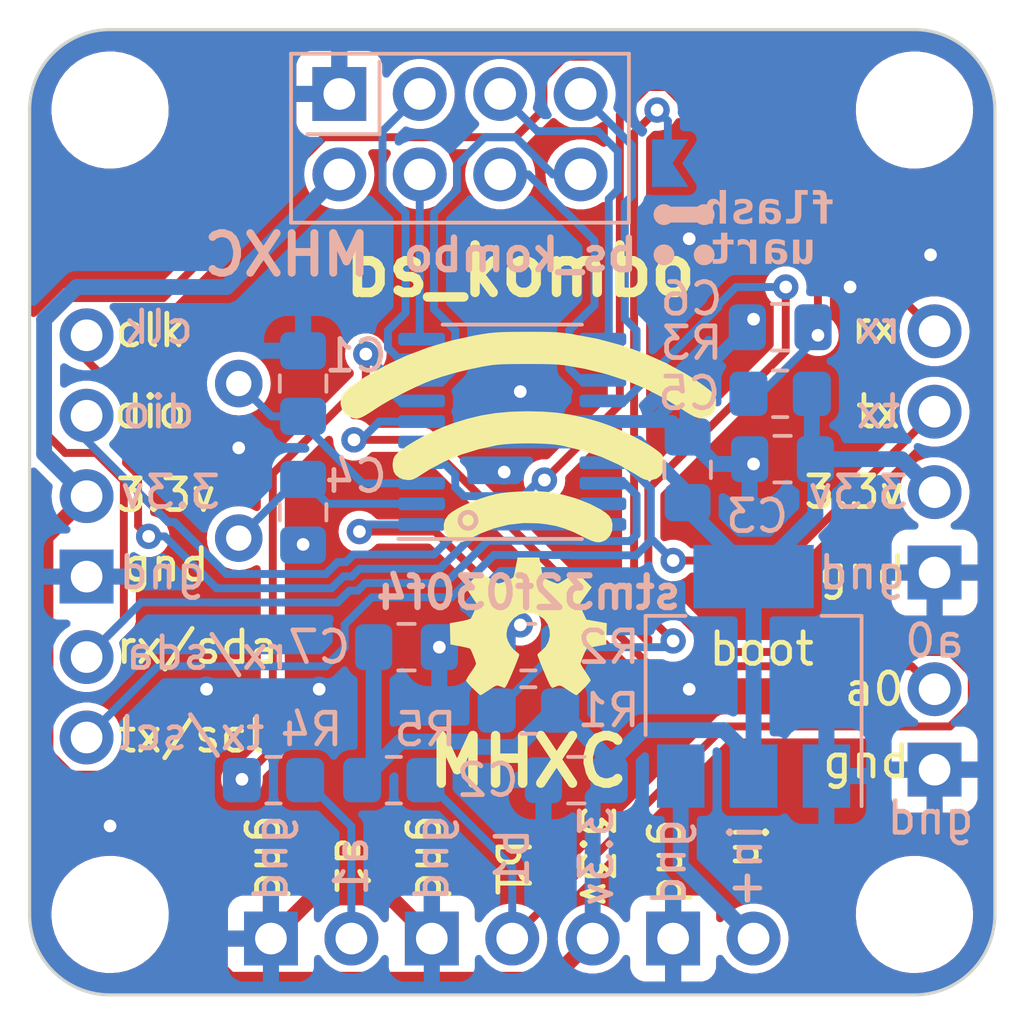
<source format=kicad_pcb>
(kicad_pcb (version 20221018) (generator pcbnew)
  (layers (0 "F.Cu" signal) (31 "B.Cu" signal) (34 "B.Paste" user) (35 "F.Paste" user) (36 "B.SilkS" user "B.Silkscreen") (37 "F.SilkS" user "F.Silkscreen") (38 "B.Mask" user) (39 "F.Mask" user) (44 "Edge.Cuts" user))
  (net 0 "")
  (net 1 "GND")
  (net 2 "+3V3")
  (net 3 "tx{slash}scl")
  (net 4 "rx{slash}sda")
  (net 5 "+5V")
  (net 6 "b1")
  (net 7 "dio")
  (net 8 "clk")
  (net 9 "Net-(JP1-B)")
  (net 10 "a1")
  (net 11 "a0")
  (net 12 "Net-(J1-Pin_6)")
  (net 13 "Net-(U3-PF1)")
  (net 14 "Net-(U3-PF0)")
  (net 15 "Net-(U3-NRST)")
  (net 16 "Net-(U3-BOOT0)")
  (net 17 "Net-(U3-PA2)")
  (net 18 "Net-(U3-PA3)")
  (net 19 "Net-(U3-PA4)")
  (net 20 "Net-(U3-PA5)")
  (net 21 "Net-(U3-PA6)")
  (net 22 "Net-(U3-PA7)")
  (footprint "Connector_PinHeader_2.54mm:PinHeader_1x06_P2.54mm_Vertical" (layer "F.Cu") (at 116.1 47.752)
    (fp_text reference "J3" hide)
    (fp_text value "Conn_01x06" hide)
    (pad "1" thru_hole circle (at 0 0) (size 1.7 1.7) (drill 1) (layers "*.Cu" "*.Mask") (net 8 "clk"))
    (pad "2" thru_hole oval (at 0 2.54) (size 1.7 1.7) (drill 1) (layers "*.Cu" "*.Mask") (net 7 "dio"))
    (pad "3" thru_hole oval (at 0 5.08) (size 1.7 1.7) (drill 1) (layers "*.Cu" "*.Mask") (net 2 "+3V3"))
    (pad "4" thru_hole rect (at 0 7.62) (size 1.7 1.7) (drill 1) (layers "*.Cu" "*.Mask") (net 1 "GND"))
    (pad "5" thru_hole oval (at 0 10.16) (size 1.7 1.7) (drill 1) (layers "*.Cu" "*.Mask") (net 4 "rx{slash}sda"))
    (pad "6" thru_hole oval (at 0 12.7) (size 1.7 1.7) (drill 1) (layers "*.Cu" "*.Mask") (net 3 "tx{slash}scl"))
  )
  (footprint "Connector_PinHeader_2.54mm:PinHeader_1x07_P2.54mm_Vertical" (layer "F.Cu") (at 137.16 66.802 -90)
    (fp_text reference "J1" hide)
    (fp_text value "Conn_01x07" hide)
    (pad "1" thru_hole circle (at 0 0 270) (size 1.7 1.7) (drill 1) (layers "*.Cu" "*.Mask") (net 5 "+5V"))
    (pad "2" thru_hole rect (at 0 2.54 270) (size 1.7 1.7) (drill 1) (layers "*.Cu" "*.Mask") (net 1 "GND"))
    (pad "3" thru_hole oval (at 0 5.08 270) (size 1.7 1.7) (drill 1) (layers "*.Cu" "*.Mask") (net 2 "+3V3"))
    (pad "4" thru_hole oval (at 0 7.62 270) (size 1.7 1.7) (drill 1) (layers "*.Cu" "*.Mask") (net 6 "b1"))
    (pad "5" thru_hole rect (at 0 10.16 270) (size 1.7 1.7) (drill 1) (layers "*.Cu" "*.Mask") (net 1 "GND"))
    (pad "6" thru_hole oval (at 0 12.7 270) (size 1.7 1.7) (drill 1) (layers "*.Cu" "*.Mask") (net 12 "Net-(J1-Pin_6)"))
    (pad "7" thru_hole rect (at 0 15.24 270) (size 1.7 1.7) (drill 1) (layers "*.Cu" "*.Mask") (net 1 "GND"))
  )
  (footprint "MountingHole:MountingHole_3.2mm_M3" (layer "F.Cu") (at 142.24 40.64)
    (fp_text reference "REF**" hide)
    (fp_text value "MountingHole_3.2mm_M3" hide)
    (pad "" np_thru_hole circle (at 0 0) (size 3.2 3.2) (drill 3.2) (layers "*.Cu" "*.Mask"))
  )
  (footprint "Crystal:Crystal_HC49-U_Vertical" (layer "F.Cu") (at 120.904 49.276 -90)
    (fp_text reference "Y1" hide)
    (fp_text value "Crystal")
    (pad "1" thru_hole circle (at 0 0 270) (size 1.5 1.5) (drill 0.8) (layers "*.Cu" "*.Mask") (net 13 "Net-(U3-PF1)"))
    (pad "2" thru_hole circle (at 4.88 0 270) (size 1.5 1.5) (drill 0.8) (layers "*.Cu" "*.Mask") (net 14 "Net-(U3-PF0)"))
  )
  (footprint "MountingHole:MountingHole_3.2mm_M3" (layer "F.Cu") (at 142.24 66.04)
    (fp_text reference "REF**" hide)
    (fp_text value "MountingHole_3.2mm_M3" hide)
    (pad "" np_thru_hole circle (at 0 0) (size 3.2 3.2) (drill 3.2) (layers "*.Cu" "*.Mask"))
  )
  (footprint "MountingHole:MountingHole_3.2mm_M3" (layer "F.Cu") (at 116.84 40.64)
    (fp_text reference "REF**" hide)
    (fp_text value "MountingHole_3.2mm_M3" hide)
    (pad "" np_thru_hole circle (at 0 0) (size 3.2 3.2) (drill 3.2) (layers "*.Cu" "*.Mask"))
  )
  (footprint "LOGO" (layer "F.Cu") (at 130.048 53.34)
    (fp_text reference "G***" hide)
    (fp_text value "LOGO" hide)
  )
  (footprint "Connector_PinHeader_2.54mm:PinHeader_1x02_P2.54mm_Vertical" (layer "F.Cu") (at 142.875 61.468 180)
    (fp_text reference "J4" hide)
    (fp_text value "Conn_01x02" hide)
    (pad "1" thru_hole rect (at 0 0 180) (size 1.7 1.7) (drill 1) (layers "*.Cu" "*.Mask") (net 1 "GND"))
    (pad "2" thru_hole oval (at 0 2.54 180) (size 1.7 1.7) (drill 1) (layers "*.Cu" "*.Mask") (net 11 "a0"))
  )
  (footprint "MountingHole:MountingHole_3.2mm_M3" (layer "F.Cu") (at 116.84 66.04)
    (fp_text reference "REF**" hide)
    (fp_text value "MountingHole_3.2mm_M3" hide)
    (pad "" np_thru_hole circle (at 0 0) (size 3.2 3.2) (drill 3.2) (layers "*.Cu" "*.Mask"))
  )
  (footprint "Connector_PinHeader_2.54mm:PinHeader_1x04_P2.54mm_Vertical" (layer "F.Cu") (at 142.875 55.245 180)
    (fp_text reference "J2" hide)
    (fp_text value "Conn_01x04" hide)
    (pad "1" thru_hole rect (at 0 0 180) (size 1.7 1.7) (drill 1) (layers "*.Cu" "*.Mask") (net 1 "GND"))
    (pad "2" thru_hole oval (at 0 2.54 180) (size 1.7 1.7) (drill 1) (layers "*.Cu" "*.Mask") (net 2 "+3V3"))
    (pad "3" thru_hole oval (at 0 5.08 180) (size 1.7 1.7) (drill 1) (layers "*.Cu" "*.Mask") (net 3 "tx{slash}scl"))
    (pad "4" thru_hole oval (at 0 7.62 180) (size 1.7 1.7) (drill 1) (layers "*.Cu" "*.Mask") (net 4 "rx{slash}sda"))
  )
  (footprint "Resistor_SMD:R_0805_2012Metric_Pad1.20x1.40mm_HandSolder" (layer "B.Cu") (at 130.048 59.6 180)
    (fp_text reference "R1" (at -2.54 0) (layer "B.SilkS") (effects (justify mirror)))
    (fp_text value "10k")
    (pad "1" smd roundrect (at -1 0 180) (size 1.2 1.4) (layers "B.Cu" "B.Paste" "B.Mask") (roundrect_rratio 0.2083333333) (net 2 "+3V3"))
    (pad "2" smd roundrect (at 1 0 180) (size 1.2 1.4) (layers "B.Cu" "B.Paste" "B.Mask") (roundrect_rratio 0.2083333333) (net 9 "Net-(JP1-B)"))
  )
  (footprint "Capacitor_SMD:C_0805_2012Metric_Pad1.18x1.45mm_HandSolder" (layer "B.Cu") (at 126.2 57.6)
    (fp_text reference "C7" (at -2.756 0) (layer "B.SilkS") (effects (justify mirror)))
    (fp_text value "10u")
    (pad "1" smd roundrect (at -1.0375 0) (size 1.175 1.45) (layers "B.Cu" "B.Paste" "B.Mask") (roundrect_rratio 0.2127659574) (net 2 "+3V3"))
    (pad "2" smd roundrect (at 1.0375 0) (size 1.175 1.45) (layers "B.Cu" "B.Paste" "B.Mask") (roundrect_rratio 0.2127659574) (net 1 "GND"))
  )
  (footprint "Resistor_SMD:R_0805_2012Metric_Pad1.20x1.40mm_HandSolder" (layer "B.Cu") (at 122 61.8)
    (fp_text reference "R4" (at 1.2 -1.6) (layer "B.SilkS") (effects (justify mirror)))
    (fp_text value "620")
    (pad "1" smd roundrect (at -1 0) (size 1.2 1.4) (layers "B.Cu" "B.Paste" "B.Mask") (roundrect_rratio 0.2083333333) (net 10 "a1"))
    (pad "2" smd roundrect (at 1 0) (size 1.2 1.4) (layers "B.Cu" "B.Paste" "B.Mask") (roundrect_rratio 0.2083333333) (net 12 "Net-(J1-Pin_6)"))
  )
  (footprint "RF_Module:nRF24L01_Breakout" (layer "B.Cu") (at 124.079 40.132 -90)
    (fp_text reference "U4" hide)
    (fp_text value "NRF24L01_Breakout")
    (pad "1" thru_hole rect (at 0 0 270) (size 1.7 1.7) (drill 1) (layers "*.Cu" "*.Mask") (net 1 "GND"))
    (pad "2" thru_hole circle (at 2.54 0 270) (size 1.7 1.7) (drill 1) (layers "*.Cu" "*.Mask") (net 2 "+3V3"))
    (pad "3" thru_hole circle (at 0 -2.54 270) (size 1.7 1.7) (drill 1) (layers "*.Cu" "*.Mask") (net 18 "Net-(U3-PA3)"))
    (pad "4" thru_hole circle (at 2.54 -2.54 270) (size 1.7 1.7) (drill 1) (layers "*.Cu" "*.Mask") (net 19 "Net-(U3-PA4)"))
    (pad "5" thru_hole circle (at 0 -5.08 270) (size 1.7 1.7) (drill 1) (layers "*.Cu" "*.Mask") (net 20 "Net-(U3-PA5)"))
    (pad "6" thru_hole circle (at 2.54 -5.08 270) (size 1.7 1.7) (drill 1) (layers "*.Cu" "*.Mask") (net 22 "Net-(U3-PA7)"))
    (pad "7" thru_hole circle (at 0 -7.62 270) (size 1.7 1.7) (drill 1) (layers "*.Cu" "*.Mask") (net 21 "Net-(U3-PA6)"))
    (pad "8" thru_hole circle (at 2.54 -7.62 270) (size 1.7 1.7) (drill 1) (layers "*.Cu" "*.Mask") (net 17 "Net-(U3-PA2)"))
  )
  (footprint "Capacitor_SMD:C_0805_2012Metric_Pad1.18x1.45mm_HandSolder" (layer "B.Cu") (at 122.936 49.276 90)
    (fp_text reference "C1" (at 0.876 1.664) (layer "B.SilkS") (effects (justify mirror)))
    (fp_text value "22p")
    (pad "1" smd roundrect (at -1.0375 0 90) (size 1.175 1.45) (layers "B.Cu" "B.Paste" "B.Mask") (roundrect_rratio 0.2127659574) (net 13 "Net-(U3-PF1)"))
    (pad "2" smd roundrect (at 1.0375 0 90) (size 1.175 1.45) (layers "B.Cu" "B.Paste" "B.Mask") (roundrect_rratio 0.2127659574) (net 1 "GND"))
  )
  (footprint "Package_SO:TSSOP-20_4.4x6.5mm_P0.65mm" (layer "B.Cu") (at 129.54 50.8)
    (fp_text reference "U3" hide)
    (fp_text value "STM32F030F4Px")
    (pad "1" smd roundrect (at -2.8625 2.925) (size 1.475 0.4) (layers "B.Cu" "B.Paste" "B.Mask") (net 16 "Net-(U3-BOOT0)"))
    (pad "2" smd roundrect (at -2.8625 2.275) (size 1.475 0.4) (layers "B.Cu" "B.Paste" "B.Mask") (net 14 "Net-(U3-PF0)"))
    (pad "3" smd roundrect (at -2.8625 1.625) (size 1.475 0.4) (layers "B.Cu" "B.Paste" "B.Mask") (net 13 "Net-(U3-PF1)"))
    (pad "4" smd roundrect (at -2.8625 0.975) (size 1.475 0.4) (layers "B.Cu" "B.Paste" "B.Mask") (net 15 "Net-(U3-NRST)"))
    (pad "5" smd roundrect (at -2.8625 0.325) (size 1.475 0.4) (layers "B.Cu" "B.Paste" "B.Mask") (net 2 "+3V3"))
    (pad "6" smd roundrect (at -2.8625 -0.325) (size 1.475 0.4) (layers "B.Cu" "B.Paste" "B.Mask") (net 11 "a0"))
    (pad "7" smd roundrect (at -2.8625 -0.975) (size 1.475 0.4) (layers "B.Cu" "B.Paste" "B.Mask") (net 10 "a1"))
    (pad "8" smd roundrect (at -2.8625 -1.625) (size 1.475 0.4) (layers "B.Cu" "B.Paste" "B.Mask") (net 17 "Net-(U3-PA2)"))
    (pad "9" smd roundrect (at -2.8625 -2.275) (size 1.475 0.4) (layers "B.Cu" "B.Paste" "B.Mask") (net 18 "Net-(U3-PA3)"))
    (pad "10" smd roundrect (at -2.8625 -2.925) (size 1.475 0.4) (layers "B.Cu" "B.Paste" "B.Mask") (net 19 "Net-(U3-PA4)"))
    (pad "11" smd roundrect (at 2.8625 -2.925) (size 1.475 0.4) (layers "B.Cu" "B.Paste" "B.Mask") (net 20 "Net-(U3-PA5)"))
    (pad "12" smd roundrect (at 2.8625 -2.275) (size 1.475 0.4) (layers "B.Cu" "B.Paste" "B.Mask") (net 21 "Net-(U3-PA6)"))
    (pad "13" smd roundrect (at 2.8625 -1.625) (size 1.475 0.4) (layers "B.Cu" "B.Paste" "B.Mask") (net 22 "Net-(U3-PA7)"))
    (pad "14" smd roundrect (at 2.8625 -0.975) (size 1.475 0.4) (layers "B.Cu" "B.Paste" "B.Mask") (net 6 "b1"))
    (pad "15" smd roundrect (at 2.8625 -0.325) (size 1.475 0.4) (layers "B.Cu" "B.Paste" "B.Mask") (net 1 "GND"))
    (pad "16" smd roundrect (at 2.8625 0.325) (size 1.475 0.4) (layers "B.Cu" "B.Paste" "B.Mask") (net 2 "+3V3"))
    (pad "17" smd roundrect (at 2.8625 0.975) (size 1.475 0.4) (layers "B.Cu" "B.Paste" "B.Mask") (net 3 "tx{slash}scl"))
    (pad "18" smd roundrect (at 2.8625 1.625) (size 1.475 0.4) (layers "B.Cu" "B.Paste" "B.Mask") (net 4 "rx{slash}sda"))
    (pad "19" smd roundrect (at 2.8625 2.275) (size 1.475 0.4) (layers "B.Cu" "B.Paste" "B.Mask") (net 7 "dio"))
    (pad "20" smd roundrect (at 2.8625 2.925) (size 1.475 0.4) (layers "B.Cu" "B.Paste" "B.Mask") (net 8 "clk"))
  )
  (footprint "Capacitor_SMD:C_0805_2012Metric_Pad1.18x1.45mm_HandSolder" (layer "B.Cu") (at 138.0744 51.6636 180)
    (fp_text reference "C3" (at 0.8 -1.8) (layer "B.SilkS") (effects (justify mirror)))
    (fp_text value "10u")
    (pad "1" smd roundrect (at -1.0375 0 180) (size 1.175 1.45) (layers "B.Cu" "B.Paste" "B.Mask") (roundrect_rratio 0.2127659574) (net 2 "+3V3"))
    (pad "2" smd roundrect (at 1.0375 0 180) (size 1.175 1.45) (layers "B.Cu" "B.Paste" "B.Mask") (roundrect_rratio 0.2127659574) (net 1 "GND"))
  )
  (footprint "Resistor_SMD:R_0805_2012Metric_Pad1.20x1.40mm_HandSolder" (layer "B.Cu") (at 130.048 57.6 180)
    (fp_text reference "R2" (at -2.54 0) (layer "B.SilkS") (effects (justify mirror)))
    (fp_text value "620")
    (pad "1" smd roundrect (at -1 0 180) (size 1.2 1.4) (layers "B.Cu" "B.Paste" "B.Mask") (roundrect_rratio 0.2083333333) (net 9 "Net-(JP1-B)"))
    (pad "2" smd roundrect (at 1 0 180) (size 1.2 1.4) (layers "B.Cu" "B.Paste" "B.Mask") (roundrect_rratio 0.2083333333) (net 16 "Net-(U3-BOOT0)"))
  )
  (footprint "Capacitor_SMD:C_0805_2012Metric_Pad1.18x1.45mm_HandSolder" (layer "B.Cu") (at 131.5625 61.8 180)
    (fp_text reference "C2" (at 2.8 0) (layer "B.SilkS") (effects (justify mirror)))
    (fp_text value "100n")
    (pad "1" smd roundrect (at -1.0375 0 180) (size 1.175 1.45) (layers "B.Cu" "B.Paste" "B.Mask") (roundrect_rratio 0.2127659574) (net 2 "+3V3"))
    (pad "2" smd roundrect (at 1.0375 0 180) (size 1.175 1.45) (layers "B.Cu" "B.Paste" "B.Mask") (roundrect_rratio 0.2127659574) (net 1 "GND"))
  )
  (footprint "Capacitor_SMD:C_0805_2012Metric_Pad1.18x1.45mm_HandSolder" (layer "B.Cu") (at 122.936 53.34 -90)
    (fp_text reference "C4" (at -1.14 -1.664) (layer "B.SilkS") (effects (justify mirror)))
    (fp_text value "22p")
    (pad "1" smd roundrect (at -1.0375 0 270) (size 1.175 1.45) (layers "B.Cu" "B.Paste" "B.Mask") (roundrect_rratio 0.2127659574) (net 14 "Net-(U3-PF0)"))
    (pad "2" smd roundrect (at 1.0375 0 270) (size 1.175 1.45) (layers "B.Cu" "B.Paste" "B.Mask") (roundrect_rratio 0.2127659574) (net 1 "GND"))
  )
  (footprint "Capacitor_SMD:C_0805_2012Metric_Pad1.18x1.45mm_HandSolder" (layer "B.Cu") (at 138 47.498 180)
    (fp_text reference "C6" (at 2.8 0.898) (layer "B.SilkS") (effects (justify mirror)))
    (fp_text value "100n")
    (pad "1" smd roundrect (at -1.0375 0 180) (size 1.175 1.45) (layers "B.Cu" "B.Paste" "B.Mask") (roundrect_rratio 0.2127659574) (net 15 "Net-(U3-NRST)"))
    (pad "2" smd roundrect (at 1.0375 0 180) (size 1.175 1.45) (layers "B.Cu" "B.Paste" "B.Mask") (roundrect_rratio 0.2127659574) (net 1 "GND"))
  )
  (footprint "Jumper:SolderJumper-2_P1.3mm_Open_TrianglePad1.0x1.5mm" (layer "B.Cu") (at 135.1788 42.3164 180)
    (fp_text reference "JP1" hide)
    (fp_text value "SolderJumper_2_Open")
    (pad "1" smd custom (at -0.725 0 180) (size 0.3 0.3) (layers "B.Cu" "B.Mask") (net 1 "GND") (options (clearance outline) (anchor rect)) (primitives (gr_poly (pts (xy 1 0) (xy 0.5 -0.75) (xy -0.5 -0.75) (xy -0.5 0.75) (xy 0.5 0.75)) (width 0) (fill yes))))
    (pad "2" smd custom (at 0.725 0 180) (size 0.3 0.3) (layers "B.Cu" "B.Mask") (net 9 "Net-(JP1-B)") (options (clearance outline) (anchor rect)) (primitives (gr_poly (pts (xy 0.5 -0.75) (xy -0.65 -0.75) (xy -0.15 0) (xy -0.65 0.75) (xy 0.5 0.75)) (width 0) (fill yes))))
  )
  (footprint "Capacitor_SMD:C_0805_2012Metric_Pad1.18x1.45mm_HandSolder" (layer "B.Cu") (at 135.0772 52 90)
    (fp_text reference "C5" (at 2.416 0.0508 180) (layer "B.SilkS") (effects (justify mirror)))
    (fp_text value "100n")
    (pad "1" smd roundrect (at -1.0375 0 90) (size 1.175 1.45) (layers "B.Cu" "B.Paste" "B.Mask") (roundrect_rratio 0.2127659574) (net 2 "+3V3"))
    (pad "2" smd roundrect (at 1.0375 0 90) (size 1.175 1.45) (layers "B.Cu" "B.Paste" "B.Mask") (roundrect_rratio 0.2127659574) (net 1 "GND"))
  )
  (footprint "Resistor_SMD:R_0805_2012Metric_Pad1.20x1.40mm_HandSolder" (layer "B.Cu") (at 138 49.6 180)
    (fp_text reference "R3" (at 2.8 1.6) (layer "B.SilkS") (effects (justify mirror)))
    (fp_text value "10k")
    (pad "1" smd roundrect (at -1 0 180) (size 1.2 1.4) (layers "B.Cu" "B.Paste" "B.Mask") (roundrect_rratio 0.2083333333) (net 2 "+3V3"))
    (pad "2" smd roundrect (at 1 0 180) (size 1.2 1.4) (layers "B.Cu" "B.Paste" "B.Mask") (roundrect_rratio 0.2083333333) (net 15 "Net-(U3-NRST)"))
  )
  (footprint "Package_TO_SOT_SMD:SOT-223-3_TabPin2" (layer "B.Cu") (at 137.16 58.522 90)
    (fp_text reference "U2" hide)
    (fp_text value "AMS1117-3.3")
    (pad "1" smd rect (at -3.15 2.3 90) (size 2 1.5) (layers "B.Cu" "B.Paste" "B.Mask") (net 1 "GND"))
    (pad "2" smd rect (at -3.15 0 90) (size 2 1.5) (layers "B.Cu" "B.Paste" "B.Mask") (net 2 "+3V3"))
    (pad "2" smd rect (at 3.15 0 90) (size 2 3.8) (layers "B.Cu" "B.Paste" "B.Mask") (net 2 "+3V3"))
    (pad "3" smd rect (at -3.15 -2.3 90) (size 2 1.5) (layers "B.Cu" "B.Paste" "B.Mask") (net 5 "+5V"))
  )
  (footprint "Resistor_SMD:R_0805_2012Metric_Pad1.20x1.40mm_HandSolder" (layer "B.Cu") (at 125.8 61.8)
    (fp_text reference "R5" (at 1 -1.6) (layer "B.SilkS") (effects (justify mirror)))
    (fp_text value "10k")
    (pad "1" smd roundrect (at -1 0) (size 1.2 1.4) (layers "B.Cu" "B.Paste" "B.Mask") (roundrect_rratio 0.2083333333) (net 2 "+3V3"))
    (pad "2" smd roundrect (at 1 0) (size 1.2 1.4) (layers "B.Cu" "B.Paste" "B.Mask") (roundrect_rratio 0.2083333333) (net 6 "b1"))
  )
  (gr_circle (center 128.143 53.594) (end 128.397 53.594) (stroke (width 0.15)) (fill none) (layer "B.SilkS"))
  (gr_circle (center 135.600618 45.212) (end 135.854618 45.212) (stroke (width 0.15)) (fill solid) (layer "B.SilkS"))
  (gr_circle (center 134.330618 43.942) (end 134.584618 43.942) (stroke (width 0.15)) (fill solid) (layer "B.SilkS"))
  (gr_circle (center 134.330618 45.212) (end 134.584618 45.212) (stroke (width 0.15)) (fill solid) (layer "B.SilkS"))
  (gr_circle (center 135.600618 43.942) (end 135.854618 43.942) (stroke (width 0.15)) (fill solid) (layer "B.SilkS"))
  (gr_line (start 134.330618 43.942) (end 135.600618 43.942) (stroke (width 0.5)) (layer "B.SilkS"))
  (gr_arc (start 114.3 40.64) (mid 115.043949 38.843949) (end 116.84 38.1) (stroke (width 0.1)) (layer "Edge.Cuts"))
  (gr_arc (start 116.84 68.58) (mid 115.043949 67.836051) (end 114.3 66.04) (stroke (width 0.1)) (layer "Edge.Cuts"))
  (gr_line (start 114.3 66.04) (end 114.3 40.64) (stroke (width 0.1)) (layer "Edge.Cuts"))
  (gr_line (start 142.24 68.58) (end 116.84 68.58) (stroke (width 0.1)) (layer "Edge.Cuts"))
  (gr_line (start 144.78 40.64) (end 144.78 66.04) (stroke (width 0.1)) (layer "Edge.Cuts"))
  (gr_line (start 116.84 38.1) (end 142.24 38.1) (stroke (width 0.1)) (layer "Edge.Cuts"))
  (gr_arc (start 142.24 38.1) (mid 144.036051 38.843949) (end 144.78 40.64) (stroke (width 0.1)) (layer "Edge.Cuts"))
  (gr_arc (start 144.78 66.04) (mid 144.036051 67.836051) (end 142.24 68.58) (stroke (width 0.1)) (layer "Edge.Cuts"))
  (gr_text "stm32f030f4" (at 130.048 55.88) (layer "B.SilkS") (effects (font (size 1 1) (thickness 0.2) bold) (justify mirror)))
  (gr_text "bs_kombo" (at 129.794 45.212) (layer "B.SilkS") (effects (font (size 1 1) (thickness 0.2) bold) (justify mirror)))
  (gr_text "gnd" (at 127 64.262 90) (layer "B.SilkS") (effects (font (size 1 1)) (justify mirror)))
  (gr_text "uart\n" (at 139.130618 45.082) (layer "B.SilkS") (effects (font (size 1 1) (thickness 0.2) bold) (justify left mirror)))
  (gr_text "tx" (at 141.097 50.165) (layer "B.SilkS") (effects (font (size 1 1)) (justify mirror)))
  (gr_text "gnd" (at 140.589 55.245) (layer "B.SilkS") (effects (font (size 1 1)) (justify mirror)))
  (gr_text "rx" (at 141.097 47.498) (layer "B.SilkS") (effects (font (size 1 1)) (justify mirror)))
  (gr_text "3.3v" (at 132.2 64.2 90) (layer "B.SilkS") (effects (font (size 1 1)) (justify mirror)))
  (gr_text "a0" (at 142.875 57.404) (layer "B.SilkS") (effects (font (size 1 1)) (justify mirror)))
  (gr_text "gnd" (at 118.491 55.245) (layer "B.SilkS") (effects (font (size 1 1)) (justify mirror)))
  (gr_text "MHXC" (at 122.428 45.212) (layer "B.SilkS") (effects (font (size 1.25 1.25) (thickness 0.25)) (justify mirror)))
  (gr_text "in+" (at 136.906 64.516 90) (layer "B.SilkS") (effects (font (size 1 1)) (justify mirror)))
  (gr_text "dio" (at 118.364 50.165) (layer "B.SilkS") (effects (font (size 1 1)) (justify mirror)))
  (gr_text "gnd" (at 134.493 64.389 90) (layer "B.SilkS") (effects (font (size 1 1)) (justify mirror)))
  (gr_text "a1" (at 124.46 64.516 90) (layer "B.SilkS") (effects (font (size 1 1)) (justify mirror)))
  (gr_text "clk" (at 118.364 47.498) (layer "B.SilkS") (effects (font (size 1 1)) (justify mirror)))
  (gr_text "gnd" (at 142.748 62.992) (layer "B.SilkS") (effects (font (size 1 1)) (justify mirror)))
  (gr_text "flash\n" (at 139.775 43.812) (layer "B.SilkS") (effects (font (size 1 1) (thickness 0.2) bold) (justify left mirror)))
  (gr_text "rx/sda" (at 119.888 57.785) (layer "B.SilkS") (effects (font (size 1 1)) (justify mirror)))
  (gr_text "b1" (at 129.54 64.262 90) (layer "B.SilkS") (effects (font (size 1 1)) (justify mirror)))
  (gr_text "tx/scl" (at 119.4 60.325) (layer "B.SilkS") (effects (font (size 1 1)) (justify mirror)))
  (gr_text "3.3v" (at 118.745 52.705) (layer "B.SilkS") (effects (font (size 1 1)) (justify mirror)))
  (gr_text "gnd" (at 121.92 64.262 90) (layer "B.SilkS") (effects (font (size 1 1)) (justify mirror)))
  (gr_text "3.3v" (at 140.462 52.705) (layer "B.SilkS") (effects (font (size 1 1)) (justify mirror)))
  (gr_text "b1\n" (at 129.54 64.6 270) (layer "F.SilkS") (effects (font (size 1 1))))
  (gr_text "boot" (at 137.414 57.658) (layer "F.SilkS") (effects (font (size 1 1))))
  (gr_text "gnd" (at 121.92 64.262 -90) (layer "F.SilkS") (effects (font (size 1 1))))
  (gr_text "a0" (at 140.97 58.928) (layer "F.SilkS") (effects (font (size 1 1))))
  (gr_text "rx/sda" (at 119.6 57.6) (layer "F.SilkS") (effects (font (size 1 1))))
  (gr_text "in+" (at 137.033 64.516 -90) (layer "F.SilkS") (effects (font (size 1 1))))
  (gr_text "tx/scl" (at 119.4 60.4) (layer "F.SilkS") (effects (font (size 1 1))))
  (gr_text "gnd" (at 118.6 55) (layer "F.SilkS") (effects (font (size 1 1))))
  (gr_text "clk" (at 118.11 47.6) (layer "F.SilkS") (effects (font (size 1 1))))
  (gr_text "a1" (at 124.46 64.516 270) (layer "F.SilkS") (effects (font (size 1 1))))
  (gr_text "gnd" (at 140.589 55.245) (layer "F.SilkS") (effects (font (size 1 1))))
  (gr_text "rx" (at 140.97 47.498) (layer "F.SilkS") (effects (font (size 1 1))))
  (gr_text "bs_kombo" (at 129.794 45.72) (layer "F.SilkS") (effects (font (size 1.5 1.5) (thickness 0.3) bold)))
  (gr_text "gnd" (at 127 64.262 -90) (layer "F.SilkS") (effects (font (size 1 1))))
  (gr_text "3.3v" (at 140.335 52.705) (layer "F.SilkS") (effects (font (size 1 1))))
  (gr_text "3.3v" (at 118.6 52.8) (layer "F.SilkS") (effects (font (size 1 1))))
  (gr_text "3.3v" (at 132.2 64.2 -90) (layer "F.SilkS") (effects (font (size 1 1))))
  (gr_text "tx" (at 141.097 50.165) (layer "F.SilkS") (effects (font (size 1 1))))
  (gr_text "dio" (at 118.11 50.165) (layer "F.SilkS") (effects (font (size 1 1))))
  (gr_text "gnd" (at 134.62 64.389 -90) (layer "F.SilkS") (effects (font (size 1 1))))
  (gr_text "MHXC" (at 130.048 61.214) (layer "F.SilkS") (effects (font (size 1.5 1.5) (thickness 0.3) bold)))
  (gr_text "gnd" (at 140.716 61.214) (layer "F.SilkS") (effects (font (size 1 1))))
  (segment (start 125.7 65.502) (end 123.22 65.502) (width 0.5) (layer "F.Cu") (net 1))
  (segment (start 123.22 65.502) (end 121.92 66.802) (width 0.5) (layer "F.Cu") (net 1))
  (segment (start 127 66.802) (end 125.7 65.502) (width 0.5) (layer "F.Cu") (net 1))
  (via (at 123.444 58.928) (size 0.8) (drill 0.4) (layers "F.Cu" "B.Cu") (net 1))
  (via (at 129.794 49.53) (size 0.8) (drill 0.4) (layers "F.Cu" "B.Cu") (net 1))
  (via (at 137.16 51.816) (size 0.8) (drill 0.4) (layers "F.Cu" "B.Cu") (net 1))
  (via (at 116.84 63.246) (size 0.8) (drill 0.4) (layers "F.Cu" "B.Cu") (net 1))
  (via (at 140.208 46.228) (size 0.8) (drill 0.4) (layers "F.Cu" "B.Cu") (net 1))
  (via (at 119.888 58.928) (size 0.8) (drill 0.4) (layers "F.Cu" "B.Cu") (net 1))
  (via (at 135.128 58.928) (size 0.8) (drill 0.4) (layers "F.Cu" "B.Cu") (net 1))
  (via (at 127.2375 57.6) (size 0.8) (drill 0.4) (layers "F.Cu" "B.Cu") (net 1))
  (via (at 120.904 51.308) (size 0.8) (drill 0.4) (layers "F.Cu" "B.Cu") (net 1))
  (via (at 122.936 54.356) (size 0.8) (drill 0.4) (layers "F.Cu" "B.Cu") (net 1))
  (via (at 142.748 45.212) (size 0.8) (drill 0.4) (layers "F.Cu" "B.Cu") (net 1))
  (via (at 135.128 44.704) (size 0.8) (drill 0.4) (layers "F.Cu" "B.Cu") (net 1))
  (via (at 137.16 47.244) (size 0.8) (drill 0.4) (layers "F.Cu" "B.Cu") (net 1))
  (via (at 129.286 52.07) (size 0.8) (drill 0.4) (layers "F.Cu" "B.Cu") (net 1))
  (segment (start 134.5897 50.475) (end 135.0772 50.9625) (width 0.4) (layer "B.Cu") (net 1))
  (segment (start 132.4025 50.475) (end 130.739 50.475) (width 0.4) (layer "B.Cu") (net 1))
  (segment (start 130.739 50.475) (end 129.794 49.53) (width 0.4) (layer "B.Cu") (net 1))
  (segment (start 133.9855 50.475) (end 136.9625 47.498) (width 0.4) (layer "B.Cu") (net 1))
  (segment (start 132.4025 50.475) (end 134.5897 50.475) (width 0.4) (layer "B.Cu") (net 1))
  (segment (start 135.9307 51.816) (end 135.0772 50.9625) (width 0.5) (layer "B.Cu") (net 1))
  (segment (start 132.4025 50.475) (end 133.9855 50.475) (width 0.4) (layer "B.Cu") (net 1))
  (segment (start 137.16 51.816) (end 135.9307 51.816) (width 0.5) (layer "B.Cu") (net 1))
  (segment (start 115.561522 61.752) (end 114.8 60.990478) (width 0.5) (layer "F.Cu") (net 2))
  (segment (start 120.62 68.102) (end 119.38 66.862) (width 0.5) (layer "F.Cu") (net 2))
  (segment (start 130.78 68.102) (end 120.62 68.102) (width 0.5) (layer "F.Cu") (net 2))
  (segment (start 119.38 66.862) (end 119.38 62.992) (width 0.5) (layer "F.Cu") (net 2))
  (segment (start 132.08 66.802) (end 130.78 68.102) (width 0.5) (layer "F.Cu") (net 2))
  (segment (start 118.14 61.752) (end 115.561522 61.752) (width 0.5) (layer "F.Cu") (net 2))
  (segment (start 114.8 60.990478) (end 114.8 54.132) (width 0.5) (layer "F.Cu") (net 2))
  (segment (start 114.8 54.132) (end 116.1 52.832) (width 0.5) (layer "F.Cu") (net 2))
  (segment (start 119.38 62.992) (end 118.14 61.752) (width 0.5) (layer "F.Cu") (net 2))
  (segment (start 132.6 61.8) (end 132.6 61.282) (width 0.5) (layer "B.Cu") (net 2))
  (segment (start 128.408051 60.75) (end 129.687949 60.75) (width 0.5) (layer "B.Cu") (net 2))
  (segment (start 133.9522 51.569239) (end 135.0772 52.694239) (width 0.4) (layer "B.Cu") (net 2))
  (segment (start 114.7572 51.4892) (end 116.1 52.832) (width 0.5) (layer "B.Cu") (net 2))
  (segment (start 139.1119 51.6636) (end 141.8336 51.6636) (width 0.5) (layer "B.Cu") (net 2))
  (segment (start 141.8336 51.6636) (end 142.875 52.705) (width 0.5) (layer "B.Cu") (net 2))
  (segment (start 137.16 55.372) (end 139.1119 53.4201) (width 0.5) (layer "B.Cu") (net 2))
  (segment (start 125.1625 61.4375) (end 124.8 61.8) (width 0.5) (layer "B.Cu") (net 2))
  (segment (start 129.687949 60.75) (end 130.837949 59.6) (width 0.5) (layer "B.Cu") (net 2))
  (segment (start 137.16 61.1632) (end 137.16 61.672) (width 0.5) (layer "B.Cu") (net 2))
  (segment (start 114.7572 47.256322) (end 114.7572 51.4892) (width 0.5) (layer "B.Cu") (net 2))
  (segment (start 135.0772 53.2407) (end 135.0772 53.0375) (width 0.5) (layer "B.Cu") (net 2))
  (segment (start 137.16 55.3235) (end 135.0772 53.2407) (width 0.5) (layer "B.Cu") (net 2))
  (segment (start 132.6 61.282) (end 133.66 60.222) (width 0.5) (layer "B.Cu") (net 2))
  (segment (start 139 51.5517) (end 139.1119 51.6636) (width 0.5) (layer "B.Cu") (net 2))
  (segment (start 115.785522 46.228) (end 114.7572 47.256322) (width 0.5) (layer "B.Cu") (net 2))
  (segment (start 135.0772 52.694239) (end 135.0772 53.0375) (width 0.4) (layer "B.Cu") (net 2))
  (segment (start 124.079 42.672) (end 120.523 46.228) (width 0.5) (layer "B.Cu") (net 2))
  (segment (start 132.08 66.802) (end 132.08 62.32) (width 0.5) (layer "B.Cu") (net 2))
  (segment (start 133.5226 51.125) (end 133.9522 51.5546) (width 0.4) (layer "B.Cu") (net 2))
  (segment (start 124.8 61.8) (end 126.017226 60.582774) (width 0.5) (layer "B.Cu") (net 2))
  (segment (start 130.837949 59.6) (end 131.048 59.6) (width 0.5) (layer "B.Cu") (net 2))
  (segment (start 128.240826 60.582774) (end 128.408051 60.75) (width 0.5) (layer "B.Cu") (net 2))
  (segment (start 133.9522 51.5546) (end 133.9522 51.569239) (width 0.4) (layer "B.Cu") (net 2))
  (segment (start 139.1119 53.4201) (end 139.1119 51.6636) (width 0.5) (layer "B.Cu") (net 2))
  (segment (start 132.08 62.32) (end 132.6 61.8) (width 0.5) (layer "B.Cu") (net 2))
  (segment (start 136.2188 60.222) (end 137.16 61.1632) (width 0.5) (layer "B.Cu") (net 2))
  (segment (start 137.16 61.672) (end 137.16 55.372) (width 0.5) (layer "B.Cu") (net 2))
  (segment (start 120.523 46.228) (end 115.785522 46.228) (width 0.5) (layer "B.Cu") (net 2))
  (segment (start 133.66 60.222) (end 136.2188 60.222) (width 0.5) (layer "B.Cu") (net 2))
  (segment (start 132.6 61.8) (end 132.6 61.152) (width 0.5) (layer "B.Cu") (net 2))
  (segment (start 139 49.6) (end 139 51.5517) (width 0.5) (layer "B.Cu") (net 2))
  (segment (start 132.6 61.152) (end 131.048 59.6) (width 0.5) (layer "B.Cu") (net 2))
  (segment (start 137.16 55.372) (end 137.16 55.3235) (width 0.5) (layer "B.Cu") (net 2))
  (segment (start 126.017226 60.582774) (end 128.240826 60.582774) (width 0.5) (layer "B.Cu") (net 2))
  (segment (start 126.6775 51.125) (end 132.4025 51.125) (width 0.4) (layer "B.Cu") (net 2))
  (segment (start 125.1625 57.6) (end 125.1625 61.4375) (width 0.5) (layer "B.Cu") (net 2))
  (segment (start 132.4025 51.125) (end 133.5226 51.125) (width 0.4) (layer "B.Cu") (net 2))
  (segment (start 138.176 54.864) (end 142.875 50.165) (width 0.25) (layer "F.Cu") (net 3))
  (segment (start 134.62 54.864) (end 138.176 54.864) (width 0.25) (layer "F.Cu") (net 3))
  (via (at 134.62 54.864) (size 0.8) (drill 0.4) (layers "F.Cu" "B.Cu") (net 3))
  (segment (start 132.4025 51.775) (end 133.091041 51.775) (width 0.25) (layer "B.Cu") (net 3))
  (segment (start 131.402563 54.7) (end 131.392563 54.69) (width 0.25) (layer "B.Cu") (net 3))
  (segment (start 133.915 54.236396) (end 133.451396 54.7) (width 0.25) (layer "B.Cu") (net 3))
  (segment (start 125.112227 56.0246) (end 124.25 56.886827) (width 0.25) (layer "B.Cu") (net 3))
  (segment (start 127.625629 56.0246) (end 125.112227 56.0246) (width 0.25) (layer "B.Cu") (net 3))
  (segment (start 124.25 57.614) (end 123.661 58.203) (width 0.25) (layer "B.Cu") (net 3))
  (segment (start 124.25 56.886827) (end 124.25 57.614) (width 0.25) (layer "B.Cu") (net 3))
  (segment (start 128.960229 54.69) (end 127.625629 56.0246) (width 0.25) (layer "B.Cu") (net 3))
  (segment (start 133.451396 54.7) (end 131.402563 54.7) (width 0.25) (layer "B.Cu") (net 3))
  (segment (start 133.915 54.236396) (end 133.992396 54.236396) (width 0.25) (layer "B.Cu") (net 3))
  (segment (start 133.915 52.598959) (end 133.915 54.236396) (width 0.25) (layer "B.Cu") (net 3))
  (segment (start 133.992396 54.236396) (end 134.62 54.864) (width 0.25) (layer "B.Cu") (net 3))
  (segment (start 118.349 58.203) (end 116.1 60.452) (width 0.25) (layer "B.Cu") (net 3))
  (segment (start 123.661 58.203) (end 118.349 58.203) (width 0.25) (layer "B.Cu") (net 3))
  (segment (start 131.392563 54.69) (end 128.960229 54.69) (width 0.25) (layer "B.Cu") (net 3))
  (segment (start 133.091041 51.775) (end 133.915 52.598959) (width 0.25) (layer "B.Cu") (net 3))
  (segment (start 130.524 39.645299) (end 130.524 40.618701) (width 0.25) (layer "F.Cu") (net 4))
  (segment (start 122.904 42.196) (end 118.523 46.577) (width 0.25) (layer "F.Cu") (net 4))
  (segment (start 132.773149 39.465) (end 132.265149 38.957) (width 0.25) (layer "F.Cu") (net 4))
  (segment (start 134.715 39.465) (end 132.773149 39.465) (width 0.25) (layer "F.Cu") (net 4))
  (segment (start 118.523 46.577) (end 115.613299 46.577) (width 0.25) (layer "F.Cu") (net 4))
  (segment (start 129.645701 41.497) (end 123.592299 41.497) (width 0.25) (layer "F.Cu") (net 4))
  (segment (start 116.396701 51.467) (end 117.275 52.345299) (width 0.25) (layer "F.Cu") (net 4))
  (segment (start 114.808 50.851701) (end 115.423299 51.467) (width 0.25) (layer "F.Cu") (net 4))
  (segment (start 123.592299 41.497) (end 122.904 42.185299) (width 0.25) (layer "F.Cu") (net 4))
  (segment (start 131.212299 38.957) (end 130.524 39.645299) (width 0.25) (layer "F.Cu") (net 4))
  (segment (start 132.265149 38.957) (end 131.212299 38.957) (width 0.25) (layer "F.Cu") (net 4))
  (segment (start 117.275 52.345299) (end 117.275 56.737) (width 0.25) (layer "F.Cu") (net 4))
  (segment (start 114.808 47.382299) (end 114.808 50.851701) (width 0.25) (layer "F.Cu") (net 4))
  (segment (start 122.904 42.185299) (end 122.904 42.196) (width 0.25) (layer "F.Cu") (net 4))
  (segment (start 117.275 56.737) (end 116.1 57.912) (width 0.25) (layer "F.Cu") (net 4))
  (segment (start 115.613299 46.577) (end 114.808 47.382299) (width 0.25) (layer "F.Cu") (net 4))
  (segment (start 142.875 47.625) (end 134.715 39.465) (width 0.25) (layer "F.Cu") (net 4))
  (segment (start 115.423299 51.467) (end 116.396701 51.467) (width 0.25) (layer "F.Cu") (net 4))
  (segment (start 130.524 40.618701) (end 129.645701 41.497) (width 0.25) (layer "F.Cu") (net 4))
  (segment (start 120.013604 56.1848) (end 120.018804 56.19) (width 0.25) (layer "B.Cu") (net 4))
  (segment (start 133.091041 52.425) (end 132.4025 52.425) (width 0.25) (layer "B.Cu") (net 4))
  (segment (start 128.773833 54.24) (end 131.578959 54.24) (width 0.25) (layer "B.Cu") (net 4))
  (segment (start 131.578959 54.24) (end 131.588959 54.25) (width 0.25) (layer "B.Cu") (net 4))
  (segment (start 124.661126 55.8148) (end 124.901326 55.5746) (width 0.25) (layer "B.Cu") (net 4))
  (segment (start 133.465 54.05) (end 133.465 52.798959) (width 0.25) (layer "B.Cu") (net 4))
  (segment (start 127.439233 55.5746) (end 128.773833 54.24) (width 0.25) (layer "B.Cu") (net 4))
  (segment (start 124.397165 55.8148) (end 124.661126 55.8148) (width 0.25) (layer "B.Cu") (net 4))
  (segment (start 120.018804 56.19) (end 124.021965 56.19) (width 0.25) (layer "B.Cu") (net 4))
  (segment (start 124.021965 56.19) (end 124.397165 55.8148) (width 0.25) (layer "B.Cu") (net 4))
  (segment (start 131.588959 54.25) (end 133.265 54.25) (width 0.25) (layer "B.Cu") (net 4))
  (segment (start 133.465 52.798959) (end 133.091041 52.425) (width 0.25) (layer "B.Cu") (net 4))
  (segment (start 116.1 57.912) (end 117.8272 56.1848) (width 0.25) (layer "B.Cu") (net 4))
  (segment (start 117.8272 56.1848) (end 120.013604 56.1848) (width 0.25) (layer "B.Cu") (net 4))
  (segment (start 124.901326 55.5746) (end 127.439233 55.5746) (width 0.25) (layer "B.Cu") (net 4))
  (segment (start 133.265 54.25) (end 133.465 54.05) (width 0.25) (layer "B.Cu") (net 4))
  (segment (start 134.86 64.502) (end 134.86 61.672) (width 0.5) (layer "B.Cu") (net 5))
  (segment (start 137.16 66.802) (end 134.86 64.502) (width 0.5) (layer "B.Cu") (net 5))
  (segment (start 143.361701 60.103) (end 136.239 60.103) (width 0.25) (layer "F.Cu") (net 6))
  (segment (start 144.05 59.414701) (end 143.361701 60.103) (width 0.25) (layer "F.Cu") (net 6))
  (segment (start 136.239 60.103) (end 129.54 66.802) (width 0.25) (layer "F.Cu") (net 6))
  (segment (start 143.361701 57.753) (end 144.05 58.441299) (width 0.25) (layer "F.Cu") (net 6))
  (segment (start 133.837 52.599) (end 133.837 55.595695) (width 0.25) (layer "F.Cu") (net 6))
  (segment (start 144.05 58.441299) (end 144.05 59.414701) (width 0.25) (layer "F.Cu") (net 6))
  (segment (start 133.837 55.595695) (end 135.994305 57.753) (width 0.25) (layer "F.Cu") (net 6))
  (segment (start 138.176 46.228) (end 138.176 48.26) (width 0.25) (layer "F.Cu") (net 6))
  (segment (start 135.994305 57.753) (end 143.361701 57.753) (width 0.25) (layer "F.Cu") (net 6))
  (segment (start 138.176 48.26) (end 133.837 52.599) (width 0.25) (layer "F.Cu") (net 6))
  (via (at 138.176 46.228) (size 0.8) (drill 0.4) (layers "F.Cu" "B.Cu") (net 6))
  (segment (start 138.176 46.228) (end 136.606827 46.228) (width 0.25) (layer "B.Cu") (net 6))
  (segment (start 136.05 46.866041) (end 133.091041 49.825) (width 0.25) (layer "B.Cu") (net 6))
  (segment (start 136.606827 46.228) (end 136.05 46.784827) (width 0.25) (layer "B.Cu") (net 6))
  (segment (start 136.05 46.784827) (end 136.05 46.866041) (width 0.25) (layer "B.Cu") (net 6))
  (segment (start 129.54 64.54) (end 129.54 66.802) (width 0.25) (layer "B.Cu") (net 6))
  (segment (start 126.8 61.8) (end 129.54 64.54) (width 0.25) (layer "B.Cu") (net 6))
  (segment (start 133.091041 49.825) (end 132.4025 49.825) (width 0.25) (layer "B.Cu") (net 6))
  (segment (start 130.281695 53.075) (end 132.4025 53.075) (width 0.25) (layer "B.Cu") (net 7))
  (segment (start 116.1 50.292) (end 116.1 51.076) (width 0.25) (layer "B.Cu") (net 7))
  (segment (start 124.288334 54.9148) (end 124.528534 54.6746) (width 0.25) (layer "B.Cu") (net 7))
  (segment (start 124.528534 54.6746) (end 127.066441 54.6746) (width 0.25) (layer "B.Cu") (net 7))
  (segment (start 124.024373 54.9148) (end 124.288334 54.9148) (width 0.25) (layer "B.Cu") (net 7))
  (segment (start 128.401041 53.34) (end 130.016695 53.34) (width 0.25) (layer "B.Cu") (net 7))
  (segment (start 127.066441 54.6746) (end 128.401041 53.34) (width 0.25) (layer "B.Cu") (net 7))
  (segment (start 118.87972 53.652) (end 120.51772 55.29) (width 0.25) (layer "B.Cu") (net 7))
  (segment (start 130.016695 53.34) (end 130.281695 53.075) (width 0.25) (layer "B.Cu") (net 7))
  (segment (start 120.51772 55.29) (end 123.649173 55.29) (width 0.25) (layer "B.Cu") (net 7))
  (segment (start 123.649173 55.29) (end 124.024373 54.9148) (width 0.25) (layer "B.Cu") (net 7))
  (segment (start 116.1 51.076) (end 118.676 53.652) (width 0.25) (layer "B.Cu") (net 7))
  (segment (start 118.676 53.652) (end 118.87972 53.652) (width 0.25) (layer "B.Cu") (net 7))
  (segment (start 117.725 52.158903) (end 117.348 51.781903) (width 0.25) (layer "F.Cu") (net 8))
  (segment (start 117.348 51.781903) (end 117.348 49.784) (width 0.25) (layer "F.Cu") (net 8))
  (segment (start 116.1 48.536) (end 116.1 47.752) (width 0.25) (layer "F.Cu") (net 8))
  (segment (start 118.0592 54.102) (end 117.725 53.7678) (width 0.25) (layer "F.Cu") (net 8))
  (segment (start 117.348 49.784) (end 116.1 48.536) (width 0.25) (layer "F.Cu") (net 8))
  (segment (start 117.725 53.7678) (end 117.725 52.158903) (width 0.25) (layer "F.Cu") (net 8))
  (via (at 118.0592 54.102) (size 0.8) (drill 0.4) (layers "F.Cu" "B.Cu") (net 8))
  (segment (start 118.5672 54.102) (end 118.0592 54.102) (width 0.25) (layer "B.Cu") (net 8))
  (segment (start 124.71493 55.1246) (end 124.47473 55.3648) (width 0.25) (layer "B.Cu") (net 8))
  (segment (start 128.587437 53.79) (end 127.252837 55.1246) (width 0.25) (layer "B.Cu") (net 8))
  (segment (start 132.4025 53.725) (end 132.3375 53.79) (width 0.25) (layer "B.Cu") (net 8))
  (segment (start 124.210769 55.3648) (end 123.835569 55.74) (width 0.25) (layer "B.Cu") (net 8))
  (segment (start 132.3375 53.79) (end 128.587437 53.79) (width 0.25) (layer "B.Cu") (net 8))
  (segment (start 127.252837 55.1246) (end 124.71493 55.1246) (width 0.25) (layer "B.Cu") (net 8))
  (segment (start 124.47473 55.3648) (end 124.210769 55.3648) (width 0.25) (layer "B.Cu") (net 8))
  (segment (start 123.835569 55.74) (end 120.2052 55.74) (width 0.25) (layer "B.Cu") (net 8))
  (segment (start 120.2052 55.74) (end 118.5672 54.102) (width 0.25) (layer "B.Cu") (net 8))
  (segment (start 133.387 41.365) (end 134.112 40.64) (width 0.25) (layer "F.Cu") (net 9))
  (segment (start 133.387 56.171) (end 133.387 41.365) (width 0.25) (layer "F.Cu") (net 9))
  (segment (start 134.62 57.404) (end 133.387 56.171) (width 0.25) (layer "F.Cu") (net 9))
  (via (at 134.112 40.64) (size 0.8) (drill 0.4) (layers "F.Cu" "B.Cu") (net 9))
  (via (at 134.62 57.404) (size 0.8) (drill 0.4) (layers "F.Cu" "B.Cu") (net 9))
  (segment (start 131.048 57.6) (end 129.048 59.6) (width 0.25) (layer "B.Cu") (net 9))
  (segment (start 134.4538 42.3164) (end 134.4538 40.9818) (width 0.25) (layer "B.Cu") (net 9))
  (segment (start 131.048 57.6) (end 134.424 57.6) (width 0.25) (layer "B.Cu") (net 9))
  (segment (start 134.424 57.6) (end 134.62 57.404) (width 0.25) (layer "B.Cu") (net 9))
  (segment (start 134.4538 40.9818) (end 134.112 40.64) (width 0.25) (layer "B.Cu") (net 9))
  (segment (start 121.979 60.7994) (end 121.0056 61.7728) (width 0.25) (layer "F.Cu") (net 10))
  (segment (start 124.916835 48.344607) (end 124.916835 49.174765) (width 0.25) (layer "F.Cu") (net 10))
  (segment (start 124.916835 49.174765) (end 121.979 52.1126) (width 0.25) (layer "F.Cu") (net 10))
  (segment (start 121.979 52.1126) (end 121.979 60.7994) (width 0.25) (layer "F.Cu") (net 10))
  (via (at 121.0056 61.7728) (size 0.8) (drill 0.4) (layers "F.Cu" "B.Cu") (net 10))
  (via (at 124.916835 48.344607) (size 0.8) (drill 0.4) (layers "F.Cu" "B.Cu") (net 10))
  (segment (start 124.916835 48.344607) (end 125.615 49.042772) (width 0.25) (layer "B.Cu") (net 10))
  (segment (start 125.615 49.042772) (end 125.615 49.451041) (width 0.25) (layer "B.Cu") (net 10))
  (segment (start 125.615 49.451041) (end 125.988959 49.825) (width 0.25) (layer "B.Cu") (net 10))
  (segment (start 125.988959 49.825) (end 126.6775 49.825) (width 0.25) (layer "B.Cu") (net 10))
  (segment (start 133.895 58.203) (end 142.15 58.203) (width 0.25) (layer "F.Cu") (net 11))
  (segment (start 142.15 58.203) (end 142.875 58.928) (width 0.25) (layer "F.Cu") (net 11))
  (segment (start 124.542012 51.054) (end 126.746 51.054) (width 0.25) (layer "F.Cu") (net 11))
  (segment (start 126.746 51.054) (end 133.895 58.203) (width 0.25) (layer "F.Cu") (net 11))
  (via (at 124.542012 51.054) (size 0.8) (drill 0.4) (layers "F.Cu" "B.Cu") (net 11))
  (segment (start 125.3438 50.475) (end 126.6775 50.475) (width 0.25) (layer "B.Cu") (net 11))
  (segment (start 124.7648 51.054) (end 125.3438 50.475) (width 0.25) (layer "B.Cu") (net 11))
  (segment (start 124.542012 51.054) (end 124.7648 51.054) (width 0.25) (layer "B.Cu") (net 11))
  (segment (start 123 61.8) (end 124.46 63.26) (width 0.25) (layer "B.Cu") (net 12))
  (segment (start 124.46 63.26) (end 124.46 66.802) (width 0.25) (layer "B.Cu") (net 12))
  (segment (start 122.936 50.546) (end 124.815 52.425) (width 0.25) (layer "B.Cu") (net 13))
  (segment (start 124.815 52.425) (end 126.6775 52.425) (width 0.25) (layer "B.Cu") (net 13))
  (segment (start 122.936 50.3135) (end 121.9415 50.3135) (width 0.25) (layer "B.Cu") (net 13))
  (segment (start 122.936 50.3135) (end 122.936 50.546) (width 0.25) (layer "B.Cu") (net 13))
  (segment (start 121.9415 50.3135) (end 120.904 49.276) (width 0.25) (layer "B.Cu") (net 13))
  (segment (start 122.7575 52.3025) (end 122.936 52.3025) (width 0.25) (layer "B.Cu") (net 14))
  (segment (start 120.904 54.156) (end 122.7575 52.3025) (width 0.25) (layer "B.Cu") (net 14))
  (segment (start 122.936 52.3025) (end 123.7085 53.075) (width 0.25) (layer "B.Cu") (net 14))
  (segment (start 123.7085 53.075) (end 126.6775 53.075) (width 0.25) (layer "B.Cu") (net 14))
  (segment (start 132.937 49.943) (end 132.937 40.789695) (width 0.25) (layer "F.Cu") (net 15))
  (segment (start 133.811695 39.915) (end 134.412305 39.915) (width 0.25) (layer "F.Cu") (net 15))
  (segment (start 134.412305 39.915) (end 139.192 44.694695) (width 0.25) (layer "F.Cu") (net 15))
  (segment (start 132.937 40.789695) (end 133.811695 39.915) (width 0.25) (layer "F.Cu") (net 15))
  (segment (start 139.192 44.694695) (end 139.192 47.752) (width 0.25) (layer "F.Cu") (net 15))
  (segment (start 130.556 52.324) (end 132.937 49.943) (width 0.25) (layer "F.Cu") (net 15))
  (via (at 130.556 52.324) (size 0.8) (drill 0.4) (layers "F.Cu" "B.Cu") (net 15))
  (via (at 139.192 47.752) (size 0.8) (drill 0.4) (layers "F.Cu" "B.Cu") (net 15))
  (segment (start 127.74 52.556) (end 128.016 52.832) (width 0.25) (layer "B.Cu") (net 15))
  (segment (start 127.366041 51.775) (end 127.74 52.148959) (width 0.25) (layer "B.Cu") (net 15))
  (segment (start 127.74 52.148959) (end 127.74 52.556) (width 0.25) (layer "B.Cu") (net 15))
  (segment (start 137.386827 49.6) (end 139.0375 47.949327) (width 0.25) (layer "B.Cu") (net 15))
  (segment (start 129.888299 52.832) (end 130.396299 52.324) (width 0.25) (layer "B.Cu") (net 15))
  (segment (start 139.0375 47.949327) (end 139.0375 47.498) (width 0.25) (layer "B.Cu") (net 15))
  (segment (start 130.396299 52.324) (end 130.556 52.324) (width 0.25) (layer "B.Cu") (net 15))
  (segment (start 137 49.6) (end 137.386827 49.6) (width 0.25) (layer "B.Cu") (net 15))
  (segment (start 128.016 52.832) (end 129.888299 52.832) (width 0.25) (layer "B.Cu") (net 15))
  (segment (start 126.6775 51.775) (end 127.366041 51.775) (width 0.25) (layer "B.Cu") (net 15))
  (segment (start 129.794 56.896) (end 129.794 56.642) (width 0.25) (layer "F.Cu") (net 16))
  (segment (start 127.1016 53.9496) (end 124.714 53.9496) (width 0.25) (layer "F.Cu") (net 16))
  (segment (start 129.794 56.642) (end 127.1016 53.9496) (width 0.25) (layer "F.Cu") (net 16))
  (via (at 129.794 56.896) (size 0.8) (drill 0.4) (layers "F.Cu" "B.Cu") (net 16))
  (via (at 124.714 53.9496) (size 0.8) (drill 0.4) (layers "F.Cu" "B.Cu") (net 16))
  (segment (start 129.794 56.896) (end 129.752 56.896) (width 0.25) (layer "B.Cu") (net 16))
  (segment (start 126.6775 53.725) (end 124.9386 53.725) (width 0.25) (layer "B.Cu") (net 16))
  (segment (start 129.752 56.896) (end 129.048 57.6) (width 0.25) (layer "B.Cu") (net 16))
  (segment (start 124.9386 53.725) (end 124.714 53.9496) (width 0.25) (layer "B.Cu") (net 16))
  (segment (start 127.069 46.927959) (end 127.069 43.883701) (width 0.25) (layer "B.Cu") (net 17))
  (segment (start 128.672299 41.497) (end 129.645701 41.497) (width 0.25) (layer "B.Cu") (net 17))
  (segment (start 127.366041 49.175) (end 127.74 48.801041) (width 0.25) (layer "B.Cu") (net 17))
  (segment (start 127.794 43.158701) (end 127.794 42.375299) (width 0.25) (layer "B.Cu") (net 17))
  (segment (start 129.645701 41.497) (end 130.820701 42.672) (width 0.25) (layer "B.Cu") (net 17))
  (segment (start 126.6775 49.175) (end 127.366041 49.175) (width 0.25) (layer "B.Cu") (net 17))
  (segment (start 127.794 42.375299) (end 128.672299 41.497) (width 0.25) (layer "B.Cu") (net 17))
  (segment (start 130.820701 42.672) (end 131.699 42.672) (width 0.25) (layer "B.Cu") (net 17))
  (segment (start 127.74 48.801041) (end 127.74 47.598959) (width 0.25) (layer "B.Cu") (net 17))
  (segment (start 127.74 47.598959) (end 127.069 46.927959) (width 0.25) (layer "B.Cu") (net 17))
  (segment (start 127.069 43.883701) (end 127.794 43.158701) (width 0.25) (layer "B.Cu") (net 17))
  (segment (start 125.444 43.158701) (end 125.444 41.307) (width 0.25) (layer "B.Cu") (net 18))
  (segment (start 125.615 48.151041) (end 125.615 47.598959) (width 0.25) (layer "B.Cu") (net 18))
  (segment (start 126.169 43.883701) (end 125.444 43.158701) (width 0.25) (layer "B.Cu") (net 18))
  (segment (start 125.615 47.598959) (end 126.169 47.044959) (width 0.25) (layer "B.Cu") (net 18))
  (segment (start 125.444 41.307) (end 126.619 40.132) (width 0.25) (layer "B.Cu") (net 18))
  (segment (start 126.6775 48.525) (end 125.988959 48.525) (width 0.25) (layer "B.Cu") (net 18))
  (segment (start 125.988959 48.525) (end 125.615 48.151041) (width 0.25) (layer "B.Cu") (net 18))
  (segment (start 126.169 47.044959) (end 126.169 43.883701) (width 0.25) (layer "B.Cu") (net 18))
  (segment (start 126.6775 47.875) (end 126.619 47.8165) (width 0.25) (layer "B.Cu") (net 19))
  (segment (start 126.619 47.8165) (end 126.619 42.672) (width 0.25) (layer "B.Cu") (net 19))
  (segment (start 132.4025 47.875) (end 132.588 47.6895) (width 0.25) (layer "B.Cu") (net 20))
  (segment (start 132.874 41.943396) (end 132.237604 41.307) (width 0.25) (layer "B.Cu") (net 20))
  (segment (start 130.334 41.307) (end 129.159 40.132) (width 0.25) (layer "B.Cu") (net 20))
  (segment (start 132.588 43.444701) (end 132.874 43.158701) (width 0.25) (layer "B.Cu") (net 20))
  (segment (start 132.874 43.158701) (end 132.874 41.943396) (width 0.25) (layer "B.Cu") (net 20))
  (segment (start 132.588 47.6895) (end 132.588 43.444701) (width 0.25) (layer "B.Cu") (net 20))
  (segment (start 132.237604 41.307) (end 130.334 41.307) (width 0.25) (layer "B.Cu") (net 20))
  (segment (start 133.096 47.229959) (end 133.096 43.573097) (width 0.25) (layer "B.Cu") (net 21))
  (segment (start 133.324 41.757) (end 131.699 40.132) (width 0.25) (layer "B.Cu") (net 21))
  (segment (start 133.324 43.345097) (end 133.324 41.757) (width 0.25) (layer "B.Cu") (net 21))
  (segment (start 133.096 43.573097) (end 133.324 43.345097) (width 0.25) (layer "B.Cu") (net 21))
  (segment (start 133.465 48.2) (end 133.465 47.598959) (width 0.25) (layer "B.Cu") (net 21))
  (segment (start 132.4025 48.525) (end 133.14 48.525) (width 0.25) (layer "B.Cu") (net 21))
  (segment (start 133.465 47.598959) (end 133.096 47.229959) (width 0.25) (layer "B.Cu") (net 21))
  (segment (start 133.14 48.525) (end 133.465 48.2) (width 0.25) (layer "B.Cu") (net 21))
  (segment (start 130.524 43.158701) (end 131.212299 43.847) (width 0.25) (layer "B.Cu") (net 22))
  (segment (start 131.713959 49.175) (end 132.4025 49.175) (width 0.25) (layer "B.Cu") (net 22))
  (segment (start 131.34 48.801041) (end 131.713959 49.175) (width 0.25) (layer "B.Cu") (net 22))
  (segment (start 131.212299 43.847) (end 131.223 43.847) (width 0.25) (layer "B.Cu") (net 22))
  (segment (start 132.138 44.762) (end 132.138 46.800959) (width 0.25) (layer "B.Cu") (net 22))
  (segment (start 130.048 42.672) (end 130.524 43.148) (width 0.25) (layer "B.Cu") (net 22))
  (segment (start 132.138 46.800959) (end 131.34 47.598959) (width 0.25) (layer "B.Cu") (net 22))
  (segment (start 130.524 43.148) (end 130.524 43.158701) (width 0.25) (layer "B.Cu") (net 22))
  (segment (start 131.34 47.598959) (end 131.34 48.801041) (width 0.25) (layer "B.Cu") (net 22))
  (segment (start 129.159 42.672) (end 130.048 42.672) (width 0.25) (layer "B.Cu") (net 22))
  (segment (start 131.223 43.847) (end 132.138 44.762) (width 0.25) (layer "B.Cu") (net 22))
  (zone (net 1) (net_name "GND") (layers "F&B.Cu") (connect_pads (clearance 0.254)) (min_thickness 0.254) (fill yes (thermal_gap 0.508) (thermal_bridge_width 0.508))
    (polygon (pts (xy 144.78 68.58) (xy 114.3 68.58) (xy 114.3 38.1) (xy 144.78 38.1)))
  )
)
</source>
